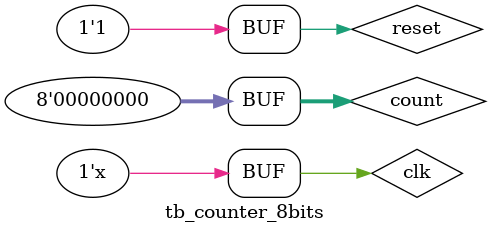
<source format=sv>
`timescale 1ns / 1ps
module tb_counter_8bits;

  // Declare testbench signals
  logic clk;
  logic reset;
  logic [7:0] count;
  logic overflow;
  logic  q;

  counter_8bits uut (
    .clk(clk),
    .reset(reset),
    .count(count),
    .overflow(overflow),
    .q(q)
  );

  initial clk = 0;
  always #5 clk = ~clk; 
  initial begin


    reset = 0;
    count = 8'b0;

    #10 reset = 1;
    count = 8'b11111111;
    #12
    count = 8'b00000000;

    


  end

endmodule



</source>
